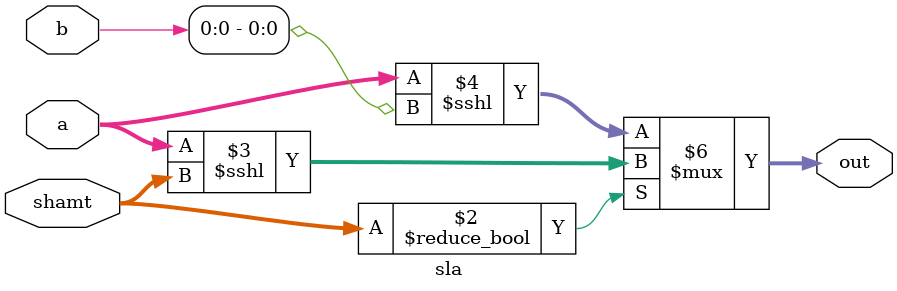
<source format=v>
`timescale 1ns / 1ps


module sla(a,b,shamt,out);
    input signed [31:0] a;
    input signed [31:0] b;
    input signed [4:0] shamt;
    output reg signed [31:0] out;

    always @(a or b or shamt) begin
        if (shamt)
            out = a <<< shamt;
        else
            out = a <<< b[0];
    end
endmodule

</source>
